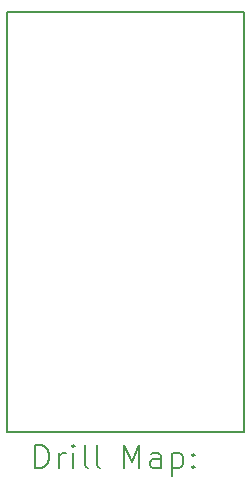
<source format=gbr>
%TF.GenerationSoftware,KiCad,Pcbnew,(7.0.0)*%
%TF.CreationDate,2023-07-16T15:37:21-04:00*%
%TF.ProjectId,luminator,6c756d69-6e61-4746-9f72-2e6b69636164,rev?*%
%TF.SameCoordinates,Original*%
%TF.FileFunction,Drillmap*%
%TF.FilePolarity,Positive*%
%FSLAX45Y45*%
G04 Gerber Fmt 4.5, Leading zero omitted, Abs format (unit mm)*
G04 Created by KiCad (PCBNEW (7.0.0)) date 2023-07-16 15:37:21*
%MOMM*%
%LPD*%
G01*
G04 APERTURE LIST*
%ADD10C,0.200000*%
G04 APERTURE END LIST*
D10*
X10515600Y-5461000D02*
X12522200Y-5461000D01*
X12522200Y-5461000D02*
X12522200Y-9017000D01*
X12522200Y-9017000D02*
X10515600Y-9017000D01*
X10515600Y-9017000D02*
X10515600Y-5461000D01*
X10753219Y-9320476D02*
X10753219Y-9120476D01*
X10753219Y-9120476D02*
X10800838Y-9120476D01*
X10800838Y-9120476D02*
X10829410Y-9130000D01*
X10829410Y-9130000D02*
X10848457Y-9149048D01*
X10848457Y-9149048D02*
X10857981Y-9168095D01*
X10857981Y-9168095D02*
X10867505Y-9206190D01*
X10867505Y-9206190D02*
X10867505Y-9234762D01*
X10867505Y-9234762D02*
X10857981Y-9272857D01*
X10857981Y-9272857D02*
X10848457Y-9291905D01*
X10848457Y-9291905D02*
X10829410Y-9310952D01*
X10829410Y-9310952D02*
X10800838Y-9320476D01*
X10800838Y-9320476D02*
X10753219Y-9320476D01*
X10953219Y-9320476D02*
X10953219Y-9187143D01*
X10953219Y-9225238D02*
X10962743Y-9206190D01*
X10962743Y-9206190D02*
X10972267Y-9196667D01*
X10972267Y-9196667D02*
X10991314Y-9187143D01*
X10991314Y-9187143D02*
X11010362Y-9187143D01*
X11077029Y-9320476D02*
X11077029Y-9187143D01*
X11077029Y-9120476D02*
X11067505Y-9130000D01*
X11067505Y-9130000D02*
X11077029Y-9139524D01*
X11077029Y-9139524D02*
X11086552Y-9130000D01*
X11086552Y-9130000D02*
X11077029Y-9120476D01*
X11077029Y-9120476D02*
X11077029Y-9139524D01*
X11200838Y-9320476D02*
X11181790Y-9310952D01*
X11181790Y-9310952D02*
X11172267Y-9291905D01*
X11172267Y-9291905D02*
X11172267Y-9120476D01*
X11305600Y-9320476D02*
X11286552Y-9310952D01*
X11286552Y-9310952D02*
X11277028Y-9291905D01*
X11277028Y-9291905D02*
X11277028Y-9120476D01*
X11501790Y-9320476D02*
X11501790Y-9120476D01*
X11501790Y-9120476D02*
X11568457Y-9263333D01*
X11568457Y-9263333D02*
X11635124Y-9120476D01*
X11635124Y-9120476D02*
X11635124Y-9320476D01*
X11816076Y-9320476D02*
X11816076Y-9215714D01*
X11816076Y-9215714D02*
X11806552Y-9196667D01*
X11806552Y-9196667D02*
X11787505Y-9187143D01*
X11787505Y-9187143D02*
X11749409Y-9187143D01*
X11749409Y-9187143D02*
X11730362Y-9196667D01*
X11816076Y-9310952D02*
X11797028Y-9320476D01*
X11797028Y-9320476D02*
X11749409Y-9320476D01*
X11749409Y-9320476D02*
X11730362Y-9310952D01*
X11730362Y-9310952D02*
X11720838Y-9291905D01*
X11720838Y-9291905D02*
X11720838Y-9272857D01*
X11720838Y-9272857D02*
X11730362Y-9253810D01*
X11730362Y-9253810D02*
X11749409Y-9244286D01*
X11749409Y-9244286D02*
X11797028Y-9244286D01*
X11797028Y-9244286D02*
X11816076Y-9234762D01*
X11911314Y-9187143D02*
X11911314Y-9387143D01*
X11911314Y-9196667D02*
X11930362Y-9187143D01*
X11930362Y-9187143D02*
X11968457Y-9187143D01*
X11968457Y-9187143D02*
X11987505Y-9196667D01*
X11987505Y-9196667D02*
X11997028Y-9206190D01*
X11997028Y-9206190D02*
X12006552Y-9225238D01*
X12006552Y-9225238D02*
X12006552Y-9282381D01*
X12006552Y-9282381D02*
X11997028Y-9301429D01*
X11997028Y-9301429D02*
X11987505Y-9310952D01*
X11987505Y-9310952D02*
X11968457Y-9320476D01*
X11968457Y-9320476D02*
X11930362Y-9320476D01*
X11930362Y-9320476D02*
X11911314Y-9310952D01*
X12092267Y-9301429D02*
X12101790Y-9310952D01*
X12101790Y-9310952D02*
X12092267Y-9320476D01*
X12092267Y-9320476D02*
X12082743Y-9310952D01*
X12082743Y-9310952D02*
X12092267Y-9301429D01*
X12092267Y-9301429D02*
X12092267Y-9320476D01*
X12092267Y-9196667D02*
X12101790Y-9206190D01*
X12101790Y-9206190D02*
X12092267Y-9215714D01*
X12092267Y-9215714D02*
X12082743Y-9206190D01*
X12082743Y-9206190D02*
X12092267Y-9196667D01*
X12092267Y-9196667D02*
X12092267Y-9215714D01*
M02*

</source>
